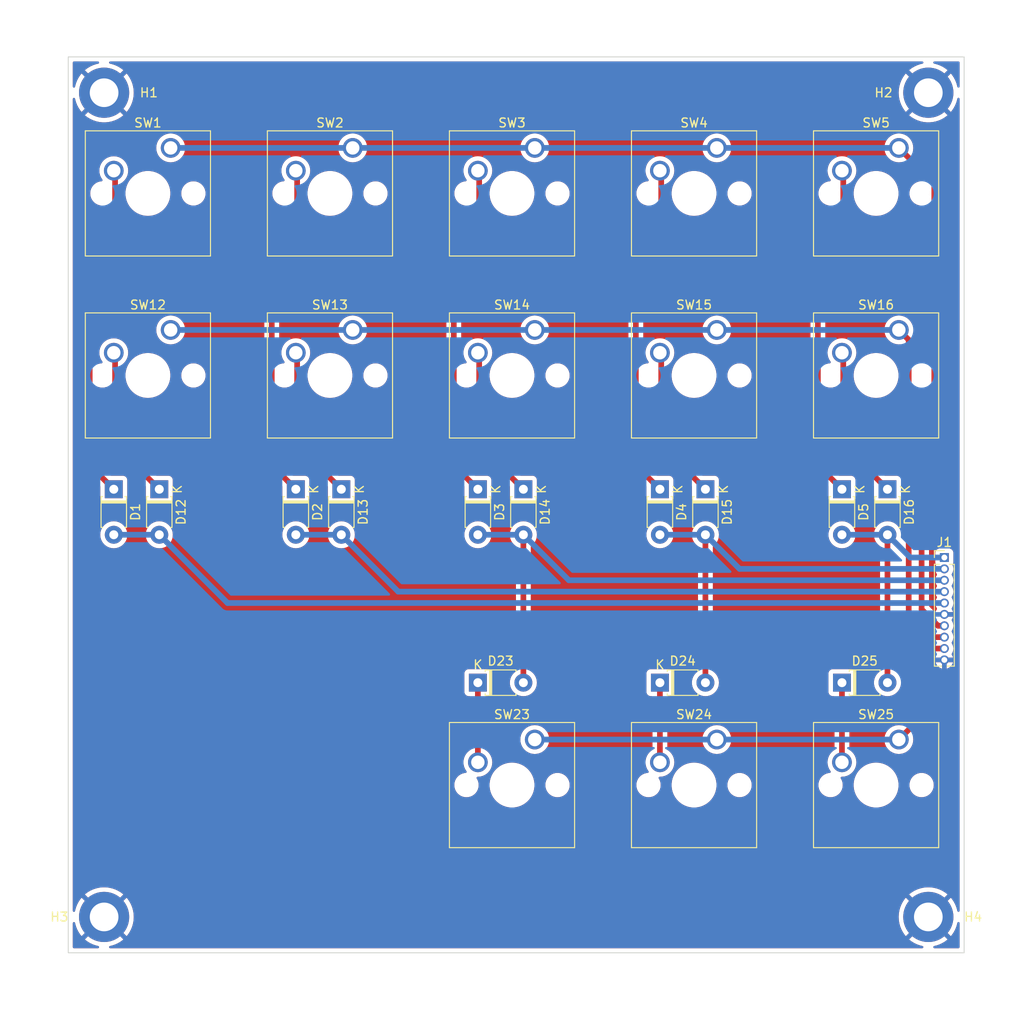
<source format=kicad_pcb>
(kicad_pcb (version 20211014) (generator pcbnew)
  (layers (0 "F.Cu" signal) (31 "B.Cu" signal) (34 "B.Paste" user) (35 "F.Paste" user) (36 "B.SilkS" user "B.Silkscreen") (37 "F.SilkS" user "F.Silkscreen") (38 "B.Mask" user) (39 "F.Mask" user) (44 "Edge.Cuts" user))
  (net 0 "")
  (net 1 "/w0")
  (net 2 "Net-(D2-Pad1)")
  (net 3 "Net-(D3-Pad1)")
  (net 4 "/w1")
  (net 5 "Net-(D4-Pad1)")
  (net 6 "Net-(D5-Pad1)")
  (net 7 "/w2")
  (net 8 "/w3")
  (net 9 "/w4")
  (net 10 "Net-(D12-Pad1)")
  (net 11 "Net-(D13-Pad1)")
  (net 12 "Net-(D14-Pad1)")
  (net 13 "Net-(D15-Pad1)")
  (net 14 "Net-(D16-Pad1)")
  (net 15 "GND")
  (net 16 "Net-(D23-Pad1)")
  (net 17 "Net-(D24-Pad1)")
  (net 18 "Net-(D25-Pad1)")
  (net 19 "/r0")
  (net 20 "/r2")
  (net 21 "/r4")
  (net 22 "Net-(D1-Pad1)")
  (footprint "MountingHole:MountingHole_3.2mm_M3_DIN965_Pad" (layer "F.Cu") (at 214.99 104.01)
    (fp_text reference "H1" (at 5 0) (layer "F.SilkS"))
    (fp_text value "MountingHole_Pad")
    (pad "1" thru_hole circle (at 0 0) (size 5.6 5.6) (drill 3.2) (layers *.Cu *.Mask) (net 15 "GND"))
  )
  (footprint "Diode_THT:D_T-1_P5.08mm_Horizontal" (layer "F.Cu") (at 256.71 169.86)
    (fp_text reference "D23" (at 2.54 -2.42) (layer "F.SilkS"))
    (fp_text value "D")
    (fp_text user "K" (at 0 -2) (layer "F.SilkS"))
    (fp_line (start 1.3 -1.42) (end 1.3 1.42) (layer "F.SilkS") (width 0.12))
    (fp_line (start 0.82 -1.42) (end 4.26 -1.42) (layer "F.SilkS") (width 0.12))
    (fp_line (start 0.82 1.42) (end 4.26 1.42) (layer "F.SilkS") (width 0.12))
    (fp_line (start 1.42 -1.42) (end 1.42 1.42) (layer "F.SilkS") (width 0.12))
    (fp_line (start 0.82 1.24) (end 0.82 1.42) (layer "F.SilkS") (width 0.12))
    (fp_line (start 1.54 -1.42) (end 1.54 1.42) (layer "F.SilkS") (width 0.12))
    (fp_line (start 0.82 -1.24) (end 0.82 -1.42) (layer "F.SilkS") (width 0.12))
    (fp_line (start 4.26 -1.42) (end 4.26 -1.24) (layer "F.SilkS") (width 0.12))
    (fp_line (start 4.26 1.42) (end 4.26 1.24) (layer "F.SilkS") (width 0.12))
    (pad "1" thru_hole rect (at 0 0) (size 2 2) (drill 1) (layers *.Cu *.Mask) (net 16 "Net-(D23-Pad1)"))
    (pad "2" thru_hole oval (at 5.08 0) (size 2 2) (drill 1) (layers *.Cu *.Mask) (net 7 "/w2"))
  )
  (footprint "Button_Switch_Keyboard:SW_Cherry_MX_1.00u_PCB" (layer "F.Cu") (at 263.06 176.21)
    (fp_text reference "SW23" (at -2.54 -2.794) (layer "F.SilkS"))
    (fp_text value "SW_Push")
    (fp_line (start -9.525 -1.905) (end 4.445 -1.905) (layer "F.SilkS") (width 0.12))
    (fp_line (start 4.445 -1.905) (end 4.445 12.065) (layer "F.SilkS") (width 0.12))
    (fp_line (start 4.445 12.065) (end -9.525 12.065) (layer "F.SilkS") (width 0.12))
    (fp_line (start -9.525 12.065) (end -9.525 -1.905) (layer "F.SilkS") (width 0.12))
    (pad "" np_thru_hole circle (at -2.54 5.08) (size 4 4) (drill 4) (layers *.Cu *.Mask))
    (pad "" np_thru_hole circle (at 2.54 5.08) (size 1.7 1.7) (drill 1.7) (layers *.Cu *.Mask))
    (pad "" np_thru_hole circle (at -7.62 5.08) (size 1.7 1.7) (drill 1.7) (layers *.Cu *.Mask))
    (pad "1" thru_hole circle (at 0 0) (size 2.2 2.2) (drill 1.5) (layers *.Cu *.Mask) (net 21 "/r4"))
    (pad "2" thru_hole circle (at -6.35 2.54) (size 2.2 2.2) (drill 1.5) (layers *.Cu *.Mask) (net 16 "Net-(D23-Pad1)"))
  )
  (footprint "Diode_THT:D_T-1_P5.08mm_Horizontal" (layer "F.Cu") (at 277.03 169.86)
    (fp_text reference "D24" (at 2.54 -2.42) (layer "F.SilkS"))
    (fp_text value "D")
    (fp_text user "K" (at 0 -2) (layer "F.SilkS"))
    (fp_line (start 0.82 1.42) (end 4.26 1.42) (layer "F.SilkS") (width 0.12))
    (fp_line (start 4.26 1.42) (end 4.26 1.24) (layer "F.SilkS") (width 0.12))
    (fp_line (start 1.54 -1.42) (end 1.54 1.42) (layer "F.SilkS") (width 0.12))
    (fp_line (start 1.3 -1.42) (end 1.3 1.42) (layer "F.SilkS") (width 0.12))
    (fp_line (start 1.42 -1.42) (end 1.42 1.42) (layer "F.SilkS") (width 0.12))
    (fp_line (start 4.26 -1.42) (end 4.26 -1.24) (layer "F.SilkS") (width 0.12))
    (fp_line (start 0.82 -1.24) (end 0.82 -1.42) (layer "F.SilkS") (width 0.12))
    (fp_line (start 0.82 -1.42) (end 4.26 -1.42) (layer "F.SilkS") (width 0.12))
    (fp_line (start 0.82 1.24) (end 0.82 1.42) (layer "F.SilkS") (width 0.12))
    (pad "1" thru_hole rect (at 0 0) (size 2 2) (drill 1) (layers *.Cu *.Mask) (net 17 "Net-(D24-Pad1)"))
    (pad "2" thru_hole oval (at 5.08 0) (size 2 2) (drill 1) (layers *.Cu *.Mask) (net 8 "/w3"))
  )
  (footprint "Diode_THT:D_T-1_P5.08mm_Horizontal" (layer "F.Cu") (at 282.11 148.27 -90)
    (fp_text reference "D15" (at 2.54 -2.42 90) (layer "F.SilkS"))
    (fp_text value "D")
    (fp_text user "K" (at 0 -2 90) (layer "F.SilkS"))
    (fp_line (start 0.82 -1.42) (end 4.26 -1.42) (layer "F.SilkS") (width 0.12))
    (fp_line (start 4.26 1.42) (end 4.26 1.24) (layer "F.SilkS") (width 0.12))
    (fp_line (start 4.26 -1.42) (end 4.26 -1.24) (layer "F.SilkS") (width 0.12))
    (fp_line (start 1.42 -1.42) (end 1.42 1.42) (layer "F.SilkS") (width 0.12))
    (fp_line (start 0.82 1.24) (end 0.82 1.42) (layer "F.SilkS") (width 0.12))
    (fp_line (start 0.82 -1.24) (end 0.82 -1.42) (layer "F.SilkS") (width 0.12))
    (fp_line (start 0.82 1.42) (end 4.26 1.42) (layer "F.SilkS") (width 0.12))
    (fp_line (start 1.3 -1.42) (end 1.3 1.42) (layer "F.SilkS") (width 0.12))
    (fp_line (start 1.54 -1.42) (end 1.54 1.42) (layer "F.SilkS") (width 0.12))
    (pad "1" thru_hole rect (at 0 0 270) (size 2 2) (drill 1) (layers *.Cu *.Mask) (net 13 "Net-(D15-Pad1)"))
    (pad "2" thru_hole oval (at 5.08 0 270) (size 2 2) (drill 1) (layers *.Cu *.Mask) (net 8 "/w3"))
  )
  (footprint "Diode_THT:D_T-1_P5.08mm_Horizontal" (layer "F.Cu") (at 277.03 148.27 -90)
    (fp_text reference "D4" (at 2.54 -2.42 90) (layer "F.SilkS"))
    (fp_text value "D")
    (fp_text user "K" (at 0 -2 90) (layer "F.SilkS"))
    (fp_line (start 0.82 -1.24) (end 0.82 -1.42) (layer "F.SilkS") (width 0.12))
    (fp_line (start 4.26 -1.42) (end 4.26 -1.24) (layer "F.SilkS") (width 0.12))
    (fp_line (start 0.82 1.42) (end 4.26 1.42) (layer "F.SilkS") (width 0.12))
    (fp_line (start 0.82 1.24) (end 0.82 1.42) (layer "F.SilkS") (width 0.12))
    (fp_line (start 4.26 1.42) (end 4.26 1.24) (layer "F.SilkS") (width 0.12))
    (fp_line (start 1.42 -1.42) (end 1.42 1.42) (layer "F.SilkS") (width 0.12))
    (fp_line (start 1.3 -1.42) (end 1.3 1.42) (layer "F.SilkS") (width 0.12))
    (fp_line (start 0.82 -1.42) (end 4.26 -1.42) (layer "F.SilkS") (width 0.12))
    (fp_line (start 1.54 -1.42) (end 1.54 1.42) (layer "F.SilkS") (width 0.12))
    (pad "1" thru_hole rect (at 0 0 270) (size 2 2) (drill 1) (layers *.Cu *.Mask) (net 5 "Net-(D4-Pad1)"))
    (pad "2" thru_hole oval (at 5.08 0 270) (size 2 2) (drill 1) (layers *.Cu *.Mask) (net 8 "/w3"))
  )
  (footprint "MountingHole:MountingHole_3.2mm_M3_DIN965_Pad" (layer "F.Cu") (at 214.99 196.01)
    (fp_text reference "H3" (at -5 0) (layer "F.SilkS"))
    (fp_text value "MountingHole_Pad")
    (pad "1" thru_hole circle (at 0 0) (size 5.6 5.6) (drill 3.2) (layers *.Cu *.Mask) (net 15 "GND"))
  )
  (footprint "MountingHole:MountingHole_3.2mm_M3_DIN965_Pad" (layer "F.Cu") (at 306.99 104.01)
    (fp_text reference "H2" (at -5 0) (layer "F.SilkS"))
    (fp_text value "MountingHole_Pad")
    (pad "1" thru_hole circle (at 0 0) (size 5.6 5.6) (drill 3.2) (layers *.Cu *.Mask) (net 15 "GND"))
  )
  (footprint "Diode_THT:D_T-1_P5.08mm_Horizontal" (layer "F.Cu") (at 221.15 148.27 -90)
    (fp_text reference "D12" (at 2.54 -2.42 90) (layer "F.SilkS"))
    (fp_text value "D")
    (fp_text user "K" (at 0 -2 90) (layer "F.SilkS"))
    (fp_line (start 4.26 1.42) (end 4.26 1.24) (layer "F.SilkS") (width 0.12))
    (fp_line (start 0.82 -1.24) (end 0.82 -1.42) (layer "F.SilkS") (width 0.12))
    (fp_line (start 0.82 1.42) (end 4.26 1.42) (layer "F.SilkS") (width 0.12))
    (fp_line (start 0.82 1.24) (end 0.82 1.42) (layer "F.SilkS") (width 0.12))
    (fp_line (start 4.26 -1.42) (end 4.26 -1.24) (layer "F.SilkS") (width 0.12))
    (fp_line (start 1.3 -1.42) (end 1.3 1.42) (layer "F.SilkS") (width 0.12))
    (fp_line (start 1.54 -1.42) (end 1.54 1.42) (layer "F.SilkS") (width 0.12))
    (fp_line (start 1.42 -1.42) (end 1.42 1.42) (layer "F.SilkS") (width 0.12))
    (fp_line (start 0.82 -1.42) (end 4.26 -1.42) (layer "F.SilkS") (width 0.12))
    (pad "1" thru_hole rect (at 0 0 270) (size 2 2) (drill 1) (layers *.Cu *.Mask) (net 10 "Net-(D12-Pad1)"))
    (pad "2" thru_hole oval (at 5.08 0 270) (size 2 2) (drill 1) (layers *.Cu *.Mask) (net 1 "/w0"))
  )
  (footprint "Button_Switch_Keyboard:SW_Cherry_MX_1.00u_PCB" (layer "F.Cu") (at 263.06 130.49)
    (fp_text reference "SW14" (at -2.54 -2.794) (layer "F.SilkS"))
    (fp_text value "SW_Push")
    (fp_line (start 4.445 12.065) (end -9.525 12.065) (layer "F.SilkS") (width 0.12))
    (fp_line (start -9.525 -1.905) (end 4.445 -1.905) (layer "F.SilkS") (width 0.12))
    (fp_line (start 4.445 -1.905) (end 4.445 12.065) (layer "F.SilkS") (width 0.12))
    (fp_line (start -9.525 12.065) (end -9.525 -1.905) (layer "F.SilkS") (width 0.12))
    (pad "" np_thru_hole circle (at 2.54 5.08) (size 1.7 1.7) (drill 1.7) (layers *.Cu *.Mask))
    (pad "" np_thru_hole circle (at -7.62 5.08) (size 1.7 1.7) (drill 1.7) (layers *.Cu *.Mask))
    (pad "" np_thru_hole circle (at -2.54 5.08) (size 4 4) (drill 4) (layers *.Cu *.Mask))
    (pad "1" thru_hole circle (at 0 0) (size 2.2 2.2) (drill 1.5) (layers *.Cu *.Mask) (net 20 "/r2"))
    (pad "2" thru_hole circle (at -6.35 2.54) (size 2.2 2.2) (drill 1.5) (layers *.Cu *.Mask) (net 12 "Net-(D14-Pad1)"))
  )
  (footprint "Diode_THT:D_T-1_P5.08mm_Horizontal" (layer "F.Cu") (at 241.47 148.27 -90)
    (fp_text reference "D13" (at 2.54 -2.42 90) (layer "F.SilkS"))
    (fp_text value "D")
    (fp_text user "K" (at 0 -2 90) (layer "F.SilkS"))
    (fp_line (start 0.82 1.24) (end 0.82 1.42) (layer "F.SilkS") (width 0.12))
    (fp_line (start 4.26 1.42) (end 4.26 1.24) (layer "F.SilkS") (width 0.12))
    (fp_line (start 0.82 -1.24) (end 0.82 -1.42) (layer "F.SilkS") (width 0.12))
    (fp_line (start 4.26 -1.42) (end 4.26 -1.24) (layer "F.SilkS") (width 0.12))
    (fp_line (start 1.42 -1.42) (end 1.42 1.42) (layer "F.SilkS") (width 0.12))
    (fp_line (start 1.3 -1.42) (end 1.3 1.42) (layer "F.SilkS") (width 0.12))
    (fp_line (start 0.82 -1.42) (end 4.26 -1.42) (layer "F.SilkS") (width 0.12))
    (fp_line (start 0.82 1.42) (end 4.26 1.42) (layer "F.SilkS") (width 0.12))
    (fp_line (start 1.54 -1.42) (end 1.54 1.42) (layer "F.SilkS") (width 0.12))
    (pad "1" thru_hole rect (at 0 0 270) (size 2 2) (drill 1) (layers *.Cu *.Mask) (net 11 "Net-(D13-Pad1)"))
    (pad "2" thru_hole oval (at 5.08 0 270) (size 2 2) (drill 1) (layers *.Cu *.Mask) (net 4 "/w1"))
  )
  (footprint "Button_Switch_Keyboard:SW_Cherry_MX_1.00u_PCB" (layer "F.Cu") (at 222.42 130.49)
    (fp_text reference "SW12" (at -2.54 -2.794) (layer "F.SilkS"))
    (fp_text value "SW_Push")
    (fp_line (start -9.525 -1.905) (end 4.445 -1.905) (layer "F.SilkS") (width 0.12))
    (fp_line (start 4.445 -1.905) (end 4.445 12.065) (layer "F.SilkS") (width 0.12))
    (fp_line (start -9.525 12.065) (end -9.525 -1.905) (layer "F.SilkS") (width 0.12))
    (fp_line (start 4.445 12.065) (end -9.525 12.065) (layer "F.SilkS") (width 0.12))
    (pad "" np_thru_hole circle (at 2.54 5.08) (size 1.7 1.7) (drill 1.7) (layers *.Cu *.Mask))
    (pad "" np_thru_hole circle (at -2.54 5.08) (size 4 4) (drill 4) (layers *.Cu *.Mask))
    (pad "" np_thru_hole circle (at -7.62 5.08) (size 1.7 1.7) (drill 1.7) (layers *.Cu *.Mask))
    (pad "1" thru_hole circle (at 0 0) (size 2.2 2.2) (drill 1.5) (layers *.Cu *.Mask) (net 20 "/r2"))
    (pad "2" thru_hole circle (at -6.35 2.54) (size 2.2 2.2) (drill 1.5) (layers *.Cu *.Mask) (net 10 "Net-(D12-Pad1)"))
  )
  (footprint "MountingHole:MountingHole_3.2mm_M3_DIN965_Pad" (layer "F.Cu") (at 306.99 196.01)
    (fp_text reference "H4" (at 5 0) (layer "F.SilkS"))
    (fp_text value "MountingHole_Pad")
    (pad "1" thru_hole circle (at 0 0) (size 5.6 5.6) (drill 3.2) (layers *.Cu *.Mask) (net 15 "GND"))
  )
  (footprint "Button_Switch_Keyboard:SW_Cherry_MX_1.00u_PCB" (layer "F.Cu") (at 242.74 130.49)
    (fp_text reference "SW13" (at -2.54 -2.794) (layer "F.SilkS"))
    (fp_text value "SW_Push")
    (fp_line (start -9.525 -1.905) (end 4.445 -1.905) (layer "F.SilkS") (width 0.12))
    (fp_line (start 4.445 -1.905) (end 4.445 12.065) (layer "F.SilkS") (width 0.12))
    (fp_line (start -9.525 12.065) (end -9.525 -1.905) (layer "F.SilkS") (width 0.12))
    (fp_line (start 4.445 12.065) (end -9.525 12.065) (layer "F.SilkS") (width 0.12))
    (pad "" np_thru_hole circle (at -2.54 5.08) (size 4 4) (drill 4) (layers *.Cu *.Mask))
    (pad "" np_thru_hole circle (at 2.54 5.08) (size 1.7 1.7) (drill 1.7) (layers *.Cu *.Mask))
    (pad "" np_thru_hole circle (at -7.62 5.08) (size 1.7 1.7) (drill 1.7) (layers *.Cu *.Mask))
    (pad "1" thru_hole circle (at 0 0) (size 2.2 2.2) (drill 1.5) (layers *.Cu *.Mask) (net 20 "/r2"))
    (pad "2" thru_hole circle (at -6.35 2.54) (size 2.2 2.2) (drill 1.5) (layers *.Cu *.Mask) (net 11 "Net-(D13-Pad1)"))
  )
  (footprint "Button_Switch_Keyboard:SW_Cherry_MX_1.00u_PCB" (layer "F.Cu") (at 283.38 130.49)
    (fp_text reference "SW15" (at -2.54 -2.794) (layer "F.SilkS"))
    (fp_text value "SW_Push")
    (fp_line (start -9.525 12.065) (end -9.525 -1.905) (layer "F.SilkS") (width 0.12))
    (fp_line (start 4.445 -1.905) (end 4.445 12.065) (layer "F.SilkS") (width 0.12))
    (fp_line (start 4.445 12.065) (end -9.525 12.065) (layer "F.SilkS") (width 0.12))
    (fp_line (start -9.525 -1.905) (end 4.445 -1.905) (layer "F.SilkS") (width 0.12))
    (pad "" np_thru_hole circle (at -7.62 5.08) (size 1.7 1.7) (drill 1.7) (layers *.Cu *.Mask))
    (pad "" np_thru_hole circle (at -2.54 5.08) (size 4 4) (drill 4) (layers *.Cu *.Mask))
    (pad "" np_thru_hole circle (at 2.54 5.08) (size 1.7 1.7) (drill 1.7) (layers *.Cu *.Mask))
    (pad "1" thru_hole circle (at 0 0) (size 2.2 2.2) (drill 1.5) (layers *.Cu *.Mask) (net 20 "/r2"))
    (pad "2" thru_hole circle (at -6.35 2.54) (size 2.2 2.2) (drill 1.5) (layers *.Cu *.Mask) (net 13 "Net-(D15-Pad1)"))
  )
  (footprint "Diode_THT:D_T-1_P5.08mm_Horizontal" (layer "F.Cu") (at 297.35 169.86)
    (fp_text reference "D25" (at 2.54 -2.42) (layer "F.SilkS"))
    (fp_text value "D")
    (fp_line (start 1.54 -1.42) (end 1.54 1.42) (layer "F.SilkS") (width 0.12))
    (fp_line (start 4.26 -1.42) (end 4.26 -1.24) (layer "F.SilkS") (width 0.12))
    (fp_line (start 0.82 1.24) (end 0.82 1.42) (layer "F.SilkS") (width 0.12))
    (fp_line (start 0.82 1.42) (end 4.26 1.42) (layer "F.SilkS") (width 0.12))
    (fp_line (start 0.82 -1.24) (end 0.82 -1.42) (layer "F.SilkS") (width 0.12))
    (fp_line (start 1.3 -1.42) (end 1.3 1.42) (layer "F.SilkS") (width 0.12))
    (fp_line (start 0.82 -1.42) (end 4.26 -1.42) (layer "F.SilkS") (width 0.12))
    (fp_line (start 1.42 -1.42) (end 1.42 1.42) (layer "F.SilkS") (width 0.12))
    (fp_line (start 4.26 1.42) (end 4.26 1.24) (layer "F.SilkS") (width 0.12))
    (pad "1" thru_hole rect (at 0 0) (size 2 2) (drill 1) (layers *.Cu *.Mask) (net 18 "Net-(D25-Pad1)"))
    (pad "2" thru_hole oval (at 5.08 0) (size 2 2) (drill 1) (layers *.Cu *.Mask) (net 9 "/w4"))
  )
  (footprint "Button_Switch_Keyboard:SW_Cherry_MX_1.00u_PCB" (layer "F.Cu") (at 303.7 130.49)
    (fp_text reference "SW16" (at -2.54 -2.794) (layer "F.SilkS"))
    (fp_text value "SW_Push")
    (fp_line (start 4.445 12.065) (end -9.525 12.065) (layer "F.SilkS") (width 0.12))
    (fp_line (start -9.525 12.065) (end -9.525 -1.905) (layer "F.SilkS") (width 0.12))
    (fp_line (start -9.525 -1.905) (end 4.445 -1.905) (layer "F.SilkS") (width 0.12))
    (fp_line (start 4.445 -1.905) (end 4.445 12.065) (layer "F.SilkS") (width 0.12))
    (pad "" np_thru_hole circle (at 2.54 5.08) (size 1.7 1.7) (drill 1.7) (layers *.Cu *.Mask))
    (pad "" np_thru_hole circle (at -7.62 5.08) (size 1.7 1.7) (drill 1.7) (layers *.Cu *.Mask))
    (pad "" np_thru_hole circle (at -2.54 5.08) (size 4 4) (drill 4) (layers *.Cu *.Mask))
    (pad "1" thru_hole circle (at 0 0) (size 2.2 2.2) (drill 1.5) (layers *.Cu *.Mask) (net 20 "/r2"))
    (pad "2" thru_hole circle (at -6.35 2.54) (size 2.2 2.2) (drill 1.5) (layers *.Cu *.Mask) (net 14 "Net-(D16-Pad1)"))
  )
  (footprint "Diode_THT:D_T-1_P5.08mm_Horizontal" (layer "F.Cu") (at 261.79 148.27 -90)
    (fp_text reference "D14" (at 2.54 -2.42 90) (layer "F.SilkS"))
    (fp_text value "D")
    (fp_text user "K" (at 0 -2 90) (layer "F.SilkS"))
    (fp_line (start 0.82 1.24) (end 0.82 1.42) (layer "F.SilkS") (width 0.12))
    (fp_line (start 0.82 -1.24) (end 0.82 -1.42) (layer "F.SilkS") (width 0.12))
    (fp_line (start 4.26 1.42) (end 4.26 1.24) (layer "F.SilkS") (width 0.12))
    (fp_line (start 1.54 -1.42) (end 1.54 1.42) (layer "F.SilkS") (width 0.12))
    (fp_line (start 0.82 1.42) (end 4.26 1.42) (layer "F.SilkS") (width 0.12))
    (fp_line (start 0.82 -1.42) (end 4.26 -1.42) (layer "F.SilkS") (width 0.12))
    (fp_line (start 4.26 -1.42) (end 4.26 -1.24) (layer "F.SilkS") (width 0.12))
    (fp_line (start 1.42 -1.42) (end 1.42 1.42) (layer "F.SilkS") (width 0.12))
    (fp_line (start 1.3 -1.42) (end 1.3 1.42) (layer "F.SilkS") (width 0.12))
    (pad "1" thru_hole rect (at 0 0 270) (size 2 2) (drill 1) (layers *.Cu *.Mask) (net 12 "Net-(D14-Pad1)"))
    (pad "2" thru_hole oval (at 5.08 0 270) (size 2 2) (drill 1) (layers *.Cu *.Mask) (net 7 "/w2"))
  )
  (footprint "Button_Switch_Keyboard:SW_Cherry_MX_1.00u_PCB" (layer "F.Cu") (at 303.7 176.21)
    (fp_text reference "SW25" (at -2.54 -2.794) (layer "F.SilkS"))
    (fp_text value "SW_Push")
    (fp_line (start 4.445 -1.905) (end 4.445 12.065) (layer "F.SilkS") (width 0.12))
    (fp_line (start -9.525 12.065) (end -9.525 -1.905) (layer "F.SilkS") (width 0.12))
    (fp_line (start -9.525 -1.905) (end 4.445 -1.905) (layer "F.SilkS") (width 0.12))
    (fp_line (start 4.445 12.065) (end -9.525 12.065) (layer "F.SilkS") (width 0.12))
    (pad "" np_thru_hole circle (at -7.62 5.08) (size 1.7 1.7) (drill 1.7) (layers *.Cu *.Mask))
    (pad "" np_thru_hole circle (at 2.54 5.08) (size 1.7 1.7) (drill 1.7) (layers *.Cu *.Mask))
    (pad "" np_thru_hole circle (at -2.54 5.08) (size 4 4) (drill 4) (layers *.Cu *.Mask))
    (pad "1" thru_hole circle (at 0 0) (size 2.2 2.2) (drill 1.5) (layers *.Cu *.Mask) (net 21 "/r4"))
    (pad "2" thru_hole circle (at -6.35 2.54) (size 2.2 2.2) (drill 1.5) (layers *.Cu *.Mask) (net 18 "Net-(D25-Pad1)"))
  )
  (footprint "Diode_THT:D_T-1_P5.08mm_Horizontal" (layer "F.Cu") (at 236.39 148.27 -90)
    (fp_text reference "D2" (at 2.54 -2.42 90) (layer "F.SilkS"))
    (fp_text value "D")
    (fp_text user "K" (at 0 -2 90) (layer "F.SilkS"))
    (fp_line (start 0.82 -1.42) (end 4.26 -1.42) (layer "F.SilkS") (width 0.12))
    (fp_line (start 4.26 1.42) (end 4.26 1.24) (layer "F.SilkS") (width 0.12))
    (fp_line (start 4.26 -1.42) (end 4.26 -1.24) (layer "F.SilkS") (width 0.12))
    (fp_line (start 1.54 -1.42) (end 1.54 1.42) (layer "F.SilkS") (width 0.12))
    (fp_line (start 0.82 1.42) (end 4.26 1.42) (layer "F.SilkS") (width 0.12))
    (fp_line (start 1.3 -1.42) (end 1.3 1.42) (layer "F.SilkS") (width 0.12))
    (fp_line (start 0.82 1.24) (end 0.82 1.42) (layer "F.SilkS") (width 0.12))
    (fp_line (start 1.42 -1.42) (end 1.42 1.42) (layer "F.SilkS") (width 0.12))
    (fp_line (start 0.82 -1.24) (end 0.82 -1.42) (layer "F.SilkS") (width 0.12))
    (pad "1" thru_hole rect (at 0 0 270) (size 2 2) (drill 1) (layers *.Cu *.Mask) (net 2 "Net-(D2-Pad1)"))
    (pad "2" thru_hole oval (at 5.08 0 270) (size 2 2) (drill 1) (layers *.Cu *.Mask) (net 4 "/w1"))
  )
  (footprint "Diode_THT:D_T-1_P5.08mm_Horizontal" (layer "F.Cu") (at 297.35 148.27 -90)
    (fp_text reference "D5" (at 2.54 -2.42 90) (layer "F.SilkS"))
    (fp_text value "D")
    (fp_text user "K" (at 0 -2 90) (layer "F.SilkS"))
    (fp_line (start 1.3 -1.42) (end 1.3 1.42) (layer "F.SilkS") (width 0.12))
    (fp_line (start 4.26 1.42) (end 4.26 1.24) (layer "F.SilkS") (width 0.12))
    (fp_line (start 0.82 1.42) (end 4.26 1.42) (layer "F.SilkS") (width 0.12))
    (fp_line (start 0.82 -1.42) (end 4.26 -1.42) (layer "F.SilkS") (width 0.12))
    (fp_line (start 4.26 -1.42) (end 4.26 -1.24) (layer "F.SilkS") (width 0.12))
    (fp_line (start 1.42 -1.42) (end 1.42 1.42) (layer "F.SilkS") (width 0.12))
    (fp_line (start 0.82 -1.24) (end 0.82 -1.42) (layer "F.SilkS") (width 0.12))
    (fp_line (start 0.82 1.24) (end 0.82 1.42) (layer "F.SilkS") (width 0.12))
    (fp_line (start 1.54 -1.42) (end 1.54 1.42) (layer "F.SilkS") (width 0.12))
    (pad "1" thru_hole rect (at 0 0 270) (size 2 2) (drill 1) (layers *.Cu *.Mask) (net 6 "Net-(D5-Pad1)"))
    (pad "2" thru_hole oval (at 5.08 0 270) (size 2 2) (drill 1) (layers *.Cu *.Mask) (net 9 "/w4"))
  )
  (footprint "Diode_THT:D_T-1_P5.08mm_Horizontal" (layer "F.Cu") (at 216.07 148.27 -90)
    (fp_text reference "D1" (at 2.54 -2.42 90) (layer "F.SilkS"))
    (fp_text value "D")
    (fp_line (start 4.26 1.42) (end 4.26 1.24) (layer "F.SilkS") (width 0.12))
    (fp_line (start 1.42 -1.42) (end 1.42 1.42) (layer "F.SilkS") (width 0.12))
    (fp_line (start 1.54 -1.42) (end 1.54 1.42) (layer "F.SilkS") (width 0.12))
    (fp_line (start 0.82 1.24) (end 0.82 1.42) (layer "F.SilkS") (width 0.12))
    (fp_line (start 0.82 1.42) (end 4.26 1.42) (layer "F.SilkS") (width 0.12))
    (fp_line (start 4.26 -1.42) (end 4.26 -1.24) (layer "F.SilkS") (width 0.12))
    (fp_line (start 0.82 -1.42) (end 4.26 -1.42) (layer "F.SilkS") (width 0.12))
    (fp_line (start 1.3 -1.42) (end 1.3 1.42) (layer "F.SilkS") (width 0.12))
    (fp_line (start 0.82 -1.24) (end 0.82 -1.42) (layer "F.SilkS") (width 0.12))
    (pad "1" thru_hole rect (at 0 0 270) (size 2 2) (drill 1) (layers *.Cu *.Mask) (net 22 "Net-(D1-Pad1)"))
    (pad "2" thru_hole oval (at 5.08 0 270) (size 2 2) (drill 1) (layers *.Cu *.Mask) (net 1 "/w0"))
  )
  (footprint "Diode_THT:D_T-1_P5.08mm_Horizontal" (layer "F.Cu") (at 256.71 148.27 -90)
    (fp_text reference "D3" (at 2.54 -2.42 90) (layer "F.SilkS"))
    (fp_text value "D")
    (fp_text user "K" (at 0 -2 90) (layer "F.SilkS"))
    (fp_line (start 4.26 -1.42) (end 4.26 -1.24) (layer "F.SilkS") (width 0.12))
    (fp_line (start 0.82 1.42) (end 4.26 1.42) (layer "F.SilkS") (width 0.12))
    (fp_line (start 1.3 -1.42) (end 1.3 1.42) (layer "F.SilkS") (width 0.12))
    (fp_line (start 4.26 1.42) (end 4.26 1.24) (layer "F.SilkS") (width 0.12))
    (fp_line (start 1.42 -1.42) (end 1.42 1.42) (layer "F.SilkS") (width 0.12))
    (fp_line (start 0.82 1.24) (end 0.82 1.42) (layer "F.SilkS") (width 0.12))
    (fp_line (start 1.54 -1.42) (end 1.54 1.42) (layer "F.SilkS") (width 0.12))
    (fp_line (start 0.82 -1.24) (end 0.82 -1.42) (layer "F.SilkS") (width 0.12))
    (fp_line (start 0.82 -1.42) (end 4.26 -1.42) (layer "F.SilkS") (width 0.12))
    (pad "1" thru_hole rect (at 0 0 270) (size 2 2) (drill 1) (layers *.Cu *.Mask) (net 3 "Net-(D3-Pad1)"))
    (pad "2" thru_hole oval (at 5.08 0 270) (size 2 2) (drill 1) (layers *.Cu *.Mask) (net 7 "/w2"))
  )
  (footprint "Button_Switch_Keyboard:SW_Cherry_MX_1.00u_PCB" (layer "F.Cu") (at 242.74 110.17)
    (fp_text reference "SW2" (at -2.54 -2.794) (layer "F.SilkS"))
    (fp_text value "SW_Push")
    (fp_line (start 4.445 -1.905) (end 4.445 12.065) (layer "F.SilkS") (width 0.12))
    (fp_line (start -9.525 -1.905) (end 4.445 -1.905) (layer "F.SilkS") (width 0.12))
    (fp_line (start -9.525 12.065) (end -9.525 -1.905) (layer "F.SilkS") (width 0.12))
    (fp_line (start 4.445 12.065) (end -9.525 12.065) (layer "F.SilkS") (width 0.12))
    (pad "" np_thru_hole circle (at -7.62 5.08) (size 1.7 1.7) (drill 1.7) (layers *.Cu *.Mask))
    (pad "" np_thru_hole circle (at -2.54 5.08) (size 4 4) (drill 4) (layers *.Cu *.Mask))
    (pad "" np_thru_hole circle (at 2.54 5.08) (size 1.7 1.7) (drill 1.7) (layers *.Cu *.Mask))
    (pad "1" thru_hole circle (at 0 0) (size 2.2 2.2) (drill 1.5) (layers *.Cu *.Mask) (net 19 "/r0"))
    (pad "2" thru_hole circle (at -6.35 2.54) (size 2.2 2.2) (drill 1.5) (layers *.Cu *.Mask) (net 2 "Net-(D2-Pad1)"))
  )
  (footprint "Button_Switch_Keyboard:SW_Cherry_MX_1.00u_PCB" (layer "F.Cu") (at 303.7 110.17)
    (fp_text reference "SW5" (at -2.54 -2.794) (layer "F.SilkS"))
    (fp_text value "SW_Push")
    (fp_line (start 4.445 12.065) (end -9.525 12.065) (layer "F.SilkS") (width 0.12))
    (fp_line (start -9.525 -1.905) (end 4.445 -1.905) (layer "F.SilkS") (width 0.12))
    (fp_line (start -9.525 12.065) (end -9.525 -1.905) (layer "F.SilkS") (width 0.12))
    (fp_line (start 4.445 -1.905) (end 4.445 12.065) (layer "F.SilkS") (width 0.12))
    (pad "" np_thru_hole circle (at -7.62 5.08) (size 1.7 1.7) (drill 1.7) (layers *.Cu *.Mask))
    (pad "" np_thru_hole circle (at 2.54 5.08) (size 1.7 1.7) (drill 1.7) (layers *.Cu *.Mask))
    (pad "" np_thru_hole circle (at -2.54 5.08) (size 4 4) (drill 4) (layers *.Cu *.Mask))
    (pad "1" thru_hole circle (at 0 0) (size 2.2 2.2) (drill 1.5) (layers *.Cu *.Mask) (net 19 "/r0"))
    (pad "2" thru_hole circle (at -6.35 2.54) (size 2.2 2.2) (drill 1.5) (layers *.Cu *.Mask) (net 6 "Net-(D5-Pad1)"))
  )
  (footprint "Connector_PinHeader_1.27mm:PinHeader_1x10_P1.27mm_Vertical" (layer "F.Cu") (at 308.78 155.89)
    (fp_text reference "J1" (at 0 -1.695) (layer "F.SilkS"))
    (fp_text value "Conn_01x10_Female")
    (fp_line (start 0.563471 0.76) (end 1.11 0.76) (layer "F.SilkS") (width 0.12))
    (fp_line (start -1.11 0.76) (end -0.563471 0.76) (layer "F.SilkS") (width 0.12))
    (fp_line (start -1.11 12.125) (end -0.30753 12.125) (layer "F.SilkS") (width 0.12))
    (fp_line (start 1.11 0.76) (end 1.11 12.125) (layer "F.SilkS") (width 0.12))
    (fp_line (start -1.11 0.76) (end -1.11 12.125) (layer "F.SilkS") (width 0.12))
    (fp_line (start -1.11 0) (end -1.11 -0.76) (layer "F.SilkS") (width 0.12))
    (fp_line (start -1.11 -0.76) (end 0 -0.76) (layer "F.SilkS") (width 0.12))
    (fp_line (start 0.30753 12.125) (end 1.11 12.125) (layer "F.SilkS") (width 0.12))
    (pad "1" thru_hole rect (at 0 0) (size 1 1) (drill 0.65) (layers *.Cu *.Mask) (net 9 "/w4"))
    (pad "2" thru_hole oval (at 0 1.27) (size 1 1) (drill 0.65) (layers *.Cu *.Mask) (net 8 "/w3"))
    (pad "3" thru_hole oval (at 0 2.54) (size 1 1) (drill 0.65) (layers *.Cu *.Mask) (net 7 "/w2"))
    (pad "4" thru_hole oval (at 0 3.81) (size 1 1) (drill 0.65) (layers *.Cu *.Mask) (net 4 "/w1"))
    (pad "5" thru_hole oval (at 0 5.08) (size 1 1) (drill 0.65) (layers *.Cu *.Mask) (net 1 "/w0"))
    (pad "6" thru_hole oval (at 0 6.35) (size 1 1) (drill 0.65) (layers *.Cu *.Mask) (net 15 "GND"))
    (pad "7" thru_hole oval (at 0 7.62) (size 1 1) (drill 0.65) (layers *.Cu *.Mask) (net 19 "/r0"))
    (pad "8" thru_hole oval (at 0 8.89) (size 1 1) (drill 0.65) (layers *.Cu *.Mask) (net 20 "/r2"))
    (pad "9" thru_hole oval (at 0 10.16) (size 1 1) (drill 0.65) (layers *.Cu *.Mask) (net 21 "/r4"))
    (pad "10" thru_hole oval (at 0 11.43) (size 1 1) (drill 0.65) (layers *.Cu *.Mask) (net 15 "GND"))
  )
  (footprint "Button_Switch_Keyboard:SW_Cherry_MX_1.00u_PCB" (layer "F.Cu") (at 283.38 110.17)
    (fp_text reference "SW4" (at -2.54 -2.794) (layer "F.SilkS"))
    (fp_text value "SW_Push")
    (fp_line (start -9.525 12.065) (end -9.525 -1.905) (layer "F.SilkS") (width 0.12))
    (fp_line (start -9.525 -1.905) (end 4.445 -1.905) (layer "F.SilkS") (width 0.12))
    (fp_line (start 4.445 -1.905) (end 4.445 12.065) (layer "F.SilkS") (width 0.12))
    (fp_line (start 4.445 12.065) (end -9.525 12.065) (layer "F.SilkS") (width 0.12))
    (pad "" np_thru_hole circle (at -7.62 5.08) (size 1.7 1.7) (drill 1.7) (layers *.Cu *.Mask))
    (pad "" np_thru_hole circle (at 2.54 5.08) (size 1.7 1.7) (drill 1.7) (layers *.Cu *.Mask))
    (pad "" np_thru_hole circle (at -2.54 5.08) (size 4 4) (drill 4) (layers *.Cu *.Mask))
    (pad "1" thru_hole circle (at 0 0) (size 2.2 2.2) (drill 1.5) (layers *.Cu *.Mask) (net 19 "/r0"))
    (pad "2" thru_hole circle (at -6.35 2.54) (size 2.2 2.2) (drill 1.5) (layers *.Cu *.Mask) (net 5 "Net-(D4-Pad1)"))
  )
  (footprint "Button_Switch_Keyboard:SW_Cherry_MX_1.00u_PCB" (layer "F.Cu") (at 283.38 176.21)
    (fp_text reference "SW24" (at -2.54 -2.794) (layer "F.SilkS"))
    (fp_text value "SW_Push")
    (fp_line (start 4.445 -1.905) (end 4.445 12.065) (layer "F.SilkS") (width 0.12))
    (fp_line (start 4.445 12.065) (end -9.525 12.065) (layer "F.SilkS") (width 0.12))
    (fp_line (start -9.525 -1.905) (end 4.445 -1.905) (layer "F.SilkS") (width 0.12))
    (fp_line (start -9.525 12.065) (end -9.525 -1.905) (layer "F.SilkS") (width 0.12))
    (pad "" np_thru_hole circle (at 2.54 5.08) (size 1.7 1.7) (drill 1.7) (layers *.Cu *.Mask))
    (pad "" np_thru_hole circle (at -2.54 5.08) (size 4 4) (drill 4) (layers *.Cu *.Mask))
    (pad "" np_thru_hole circle (at -7.62 5.08) (size 1.7 1.7) (drill 1.7) (layers *.Cu *.Mask))
    (pad "1" thru_hole circle (at 0 0) (size 2.2 2.2) (drill 1.5) (layers *.Cu *.Mask) (net 21 "/r4"))
    (pad "2" thru_hole circle (at -6.35 2.54) (size 2.2 2.2) (drill 1.5) (layers *.Cu *.Mask) (net 17 "Net-(D24-Pad1)"))
  )
  (footprint "Button_Switch_Keyboard:SW_Cherry_MX_1.00u_PCB" (layer "F.Cu") (at 263.06 110.17)
    (fp_text reference "SW3" (at -2.54 -2.794) (layer "F.SilkS"))
    (fp_text value "SW_Push")
    (fp_line (start -9.525 12.065) (end -9.525 -1.905) (layer "F.SilkS") (width 0.12))
    (fp_line (start 4.445 -1.905) (end 4.445 12.065) (layer "F.SilkS") (width 0.12))
    (fp_line (start -9.525 -1.905) (end 4.445 -1.905) (layer "F.SilkS") (width 0.12))
    (fp_line (start 4.445 12.065) (end -9.525 12.065) (layer "F.SilkS") (width 0.12))
    (pad "" np_thru_hole circle (at -2.54 5.08) (size 4 4) (drill 4) (layers *.Cu *.Mask))
    (pad "" np_thru_hole circle (at -7.62 5.08) (size 1.7 1.7) (drill 1.7) (layers *.Cu *.Mask))
    (pad "" np_thru_hole circle (at 2.54 5.08) (size 1.7 1.7) (drill 1.7) (layers *.Cu *.Mask))
    (pad "1" thru_hole circle (at 0 0) (size 2.2 2.2) (drill 1.5) (layers *.Cu *.Mask) (net 19 "/r0"))
    (pad "2" thru_hole circle (at -6.35 2.54) (size 2.2 2.2) (drill 1.5) (layers *.Cu *.Mask) (net 3 "Net-(D3-Pad1)"))
  )
  (footprint "Diode_THT:D_T-1_P5.08mm_Horizontal" (layer "F.Cu") (at 302.43 148.27 -90)
    (fp_text reference "D16" (at 2.54 -2.42 90) (layer "F.SilkS"))
    (fp_text value "D")
    (fp_text user "K" (at 0 -2 90) (layer "F.SilkS"))
    (fp_line (start 1.54 -1.42) (end 1.54 1.42) (layer "F.SilkS") (width 0.12))
    (fp_line (start 1.42 -1.42) (end 1.42 1.42) (layer "F.SilkS") (width 0.12))
    (fp_line (start 4.26 -1.42) (end 4.26 -1.24) (layer "F.SilkS") (width 0.12))
    (fp_line (start 0.82 1.24) (end 0.82 1.42) (layer "F.SilkS") (width 0.12))
    (fp_line (start 4.26 1.42) (end 4.26 1.24) (layer "F.SilkS") (width 0.12))
    (fp_line (start 0.82 -1.42) (end 4.26 -1.42) (layer "F.SilkS") (width 0.12))
    (fp_line (start 0.82 -1.24) (end 0.82 -1.42) (layer "F.SilkS") (width 0.12))
    (fp_line (start 0.82 1.42) (end 4.26 1.42) (layer "F.SilkS") (width 0.12))
    (fp_line (start 1.3 -1.42) (end 1.3 1.42) (layer "F.SilkS") (width 0.12))
    (pad "1" thru_hole rect (at 0 0 270) (size 2 2) (drill 1) (layers *.Cu *.Mask) (net 14 "Net-(D16-Pad1)"))
    (pad "2" thru_hole oval (at 5.08 0 270) (size 2 2) (drill 1) (layers *.Cu *.Mask) (net 9 "/w4"))
  )
  (footprint "Button_Switch_Keyboard:SW_Cherry_MX_1.00u_PCB" (layer "F.Cu") (at 222.42 110.17)
    (fp_text reference "SW1" (at -2.54 -2.794) (layer "F.SilkS"))
    (fp_text value "SW_Push")
    (fp_line (start 4.445 12.065) (end -9.525 12.065) (layer "F.SilkS") (width 0.12))
    (fp_line (start 4.445 -1.905) (end 4.445 12.065) (layer "F.SilkS") (width 0.12))
    (fp_line (start -9.525 12.065) (end -9.525 -1.905) (layer "F.SilkS") (width 0.12))
    (fp_line (start -9.525 -1.905) (end 4.445 -1.905) (layer "F.SilkS") (width 0.12))
    (pad "" np_thru_hole circle (at -7.62 5.08) (size 1.7 1.7) (drill 1.7) (layers *.Cu *.Mask))
    (pad "" np_thru_hole circle (at -2.54 5.08) (size 4 4) (drill 4) (layers *.Cu *.Mask))
    (pad "" np_thru_hole circle (at 2.54 5.08) (size 1.7 1.7) (drill 1.7) (layers *.Cu *.Mask))
    (pad "1" thru_hole circle (at 0 0) (size 2.2 2.2) (drill 1.5) (layers *.Cu *.Mask) (net 19 "/r0"))
    (pad "2" thru_hole circle (at -6.35 2.54) (size 2.2 2.2) (drill 1.5) (layers *.Cu *.Mask) (net 22 "Net-(D1-Pad1)"))
  )
  (gr_rect locked (start 210.99 100.01) (end 310.99 200.01) (layer "Edge.Cuts") (width 0.1) (fill none))
  (segment (start 216.07 153.35) (end 221.15 153.35) (width 0.635) (layer "B.Cu") (net 1))
  (segment (start 228.77 160.97) (end 221.15 153.35) (width 0.635) (layer "B.Cu") (net 1))
  (segment (start 308.78 160.97) (end 228.77 160.97) (width 0.635) (layer "B.Cu") (net 1))
  (segment (start 236.537021 116.372979) (end 236.537021 112.857021) (width 0.635) (layer "F.Cu") (net 2))
  (segment (start 236.39 148.27) (end 233.702979 145.582979) (width 0.635) (layer "F.Cu") (net 2))
  (segment (start 233.702979 145.582979) (end 233.702979 119.207021) (width 0.635) (layer "F.Cu") (net 2))
  (segment (start 233.702979 119.207021) (end 236.537021 116.372979) (width 0.635) (layer "F.Cu") (net 2))
  (segment (start 236.537021 112.857021) (end 236.39 112.71) (width 0.635) (layer "F.Cu") (net 2))
  (segment (start 256.857021 116.372979) (end 256.857021 112.857021) (width 0.635) (layer "F.Cu") (net 3))
  (segment (start 254.022979 119.207021) (end 256.857021 116.372979) (width 0.635) (layer "F.Cu") (net 3))
  (segment (start 256.71 148.27) (end 254.022979 145.582979) (width 0.635) (layer "F.Cu") (net 3))
  (segment (start 254.022979 145.582979) (end 254.022979 119.207021) (width 0.635) (layer "F.Cu") (net 3))
  (segment (start 256.857021 112.857021) (end 256.71 112.71) (width 0.635) (layer "F.Cu") (net 3))
  (segment (start 236.39 153.35) (end 241.47 153.35) (width 0.635) (layer "B.Cu") (net 4))
  (segment (start 247.82 159.7) (end 241.47 153.35) (width 0.635) (layer "B.Cu") (net 4))
  (segment (start 308.78 159.7) (end 247.82 159.7) (width 0.635) (layer "B.Cu") (net 4))
  (segment (start 274.342979 145.582979) (end 274.342979 119.207021) (width 0.635) (layer "F.Cu") (net 5))
  (segment (start 277.03 148.27) (end 274.342979 145.582979) (width 0.635) (layer "F.Cu") (net 5))
  (segment (start 277.177021 116.372979) (end 277.177021 112.857021) (width 0.635) (layer "F.Cu") (net 5))
  (segment (start 277.177021 112.857021) (end 277.03 112.71) (width 0.635) (layer "F.Cu") (net 5))
  (segment (start 274.342979 119.207021) (end 277.177021 116.372979) (width 0.635) (layer "F.Cu") (net 5))
  (segment (start 297.35 148.27) (end 294.662979 145.582979) (width 0.635) (layer "F.Cu") (net 6))
  (segment (start 297.497021 112.857021) (end 297.35 112.71) (width 0.635) (layer "F.Cu") (net 6))
  (segment (start 294.662979 119.207021) (end 297.497021 116.372979) (width 0.635) (layer "F.Cu") (net 6))
  (segment (start 294.662979 145.582979) (end 294.662979 119.207021) (width 0.635) (layer "F.Cu") (net 6))
  (segment (start 297.497021 116.372979) (end 297.497021 112.857021) (width 0.635) (layer "F.Cu") (net 6))
  (segment (start 261.79 169.86) (end 261.79 153.35) (width 0.635) (layer "F.Cu") (net 7))
  (segment (start 308.78 158.43) (end 266.87 158.43) (width 0.635) (layer "B.Cu") (net 7))
  (segment (start 256.71 153.35) (end 261.79 153.35) (width 0.635) (layer "B.Cu") (net 7))
  (segment (start 266.87 158.43) (end 261.79 153.35) (width 0.635) (layer "B.Cu") (net 7))
  (segment (start 282.11 169.86) (end 282.11 153.35) (width 0.635) (layer "F.Cu") (net 8))
  (segment (start 285.92 157.16) (end 282.11 153.35) (width 0.635) (layer "B.Cu") (net 8))
  (segment (start 277.03 153.35) (end 282.11 153.35) (width 0.635) (layer "B.Cu") (net 8))
  (segment (start 308.78 157.16) (end 285.92 157.16) (width 0.635) (layer "B.Cu") (net 8))
  (segment (start 302.43 169.86) (end 302.43 153.35) (width 0.635) (layer "F.Cu") (net 9))
  (segment (start 297.35 153.35) (end 302.43 153.35) (width 0.635) (layer "B.Cu") (net 9))
  (segment (start 308.78 155.89) (end 304.97 155.89) (width 0.635) (layer "B.Cu") (net 9))
  (segment (start 304.97 155.89) (end 302.43 153.35) (width 0.635) (layer "B.Cu") (net 9))
  (segment (start 216.217021 133.177021) (end 216.07 133.03) (width 0.635) (layer "F.Cu") (net 10))
  (segment (start 216.217021 143.337021) (end 216.217021 133.177021) (width 0.635) (layer "F.Cu") (net 10))
  (segment (start 221.15 148.27) (end 216.217021 143.337021) (width 0.635) (layer "F.Cu") (net 10))
  (segment (start 241.47 148.27) (end 236.537021 143.337021) (width 0.635) (layer "F.Cu") (net 11))
  (segment (start 236.537021 143.337021) (end 236.537021 133.177021) (width 0.635) (layer "F.Cu") (net 11))
  (segment (start 236.537021 133.177021) (end 236.39 133.03) (width 0.635) (layer "F.Cu") (net 11))
  (segment (start 261.79 148.27) (end 256.857021 143.337021) (width 0.635) (layer "F.Cu") (net 12))
  (segment (start 256.857021 133.177021) (end 256.71 133.03) (width 0.635) (layer "F.Cu") (net 12))
  (segment (start 256.857021 143.337021) (end 256.857021 133.177021) (width 0.635) (layer "F.Cu") (net 12))
  (segment (start 282.11 148.27) (end 277.177021 143.337021) (width 0.635) (layer "F.Cu") (net 13))
  (segment (start 277.177021 143.337021) (end 277.177021 133.177021) (width 0.635) (layer "F.Cu") (net 13))
  (segment (start 277.177021 133.177021) (end 277.03 133.03) (width 0.635) (layer "F.Cu") (net 13))
  (segment (start 297.497021 143.337021) (end 297.497021 133.177021) (width 0.635) (layer "F.Cu") (net 14))
  (segment (start 297.497021 133.177021) (end 297.35 133.03) (width 0.635) (layer "F.Cu") (net 14))
  (segment (start 302.43 148.27) (end 297.497021 143.337021) (width 0.635) (layer "F.Cu") (net 14))
  (segment (start 256.71 178.75) (end 256.71 169.86) (width 0.635) (layer "F.Cu") (net 16))
  (segment (start 277.03 178.75) (end 277.03 169.86) (width 0.635) (layer "F.Cu") (net 17))
  (segment (start 297.35 169.86) (end 297.35 178.75) (width 0.635) (layer "F.Cu") (net 18))
  (segment (start 306.24 133.03) (end 306.24 117.79) (width 0.635) (layer "F.Cu") (net 19))
  (segment (start 307.657021 134.447021) (end 306.24 133.03) (width 0.635) (layer "F.Cu") (net 19))
  (segment (start 306.24 138.11) (end 307.657021 136.692979) (width 0.635) (layer "F.Cu") (net 19))
  (segment (start 308.78 163.51) (end 308.072894 163.51) (width 0.635) (layer "F.Cu") (net 19))
  (segment (start 308.072894 163.51) (end 306.24 161.677106) (width 0.635) (layer "F.Cu") (net 19))
  (segment (start 307.657021 136.692979) (end 307.657021 134.447021) (width 0.635) (layer "F.Cu") (net 19))
  (segment (start 307.657021 114.127021) (end 303.7 110.17) (width 0.635) (layer "F.Cu") (net 19))
  (segment (start 306.24 161.677106) (end 306.24 138.11) (width 0.635) (layer "F.Cu") (net 19))
  (segment (start 306.24 117.79) (end 307.657021 116.372979) (width 0.635) (layer "F.Cu") (net 19))
  (segment (start 307.657021 116.372979) (end 307.657021 114.127021) (width 0.635) (layer "F.Cu") (net 19))
  (segment (start 222.42 110.17) (end 303.7 110.17) (width 0.635) (layer "B.Cu") (net 19))
  (segment (start 304.799999 163.339999) (end 306.24 164.78) (width 0.635) (layer "F.Cu") (net 20))
  (segment (start 303.7 130.49) (end 304.799999 131.589999) (width 0.635) (layer "F.Cu") (net 20))
  (segment (start 306.24 164.78) (end 308.78 164.78) (width 0.635) (layer "F.Cu") (net 20))
  (segment (start 304.799999 131.589999) (end 304.799999 163.339999) (width 0.635) (layer "F.Cu") (net 20))
  (segment (start 222.42 130.49) (end 303.7 130.49) (width 0.635) (layer "B.Cu") (net 20))
  (segment (start 304.97 174.94) (end 303.7 176.21) (width 0.635) (layer "F.Cu") (net 21))
  (segment (start 308.78 166.05) (end 307.51 166.05) (width 0.635) (layer "F.Cu") (net 21))
  (segment (start 307.51 166.05) (end 304.97 168.59) (width 0.635) (layer "F.Cu") (net 21))
  (segment (start 304.97 168.59) (end 304.97 174.94) (width 0.635) (layer "F.Cu") (net 21))
  (segment (start 263.06 176.21) (end 303.7 176.21) (width 0.635) (layer "B.Cu") (net 21))
  (segment (start 216.217021 112.857021) (end 216.07 112.71) (width 0.635) (layer "F.Cu") (net 22))
  (segment (start 216.07 148.27) (end 213.382979 145.582979) (width 0.635) (layer "F.Cu") (net 22))
  (segment (start 213.382979 119.207021) (end 216.217021 116.372979) (width 0.635) (layer "F.Cu") (net 22))
  (segment (start 216.217021 116.372979) (end 216.217021 112.857021) (width 0.635) (layer "F.Cu") (net 22))
  (segment (start 213.382979 145.582979) (end 213.382979 119.207021) (width 0.635) (layer "F.Cu") (net 22))
  (zone (net 15) (net_name "GND") (layers F&B.Cu) (connect_pads (clearance 0.508)) (min_thickness 0.254) (fill yes (thermal_gap 0.508) (thermal_bridge_width 0.508))
    (polygon (pts (xy 317.67 207.96) (xy 203.37 207.96) (xy 203.37 93.66) (xy 317.67 93.66)))
  )
)
</source>
